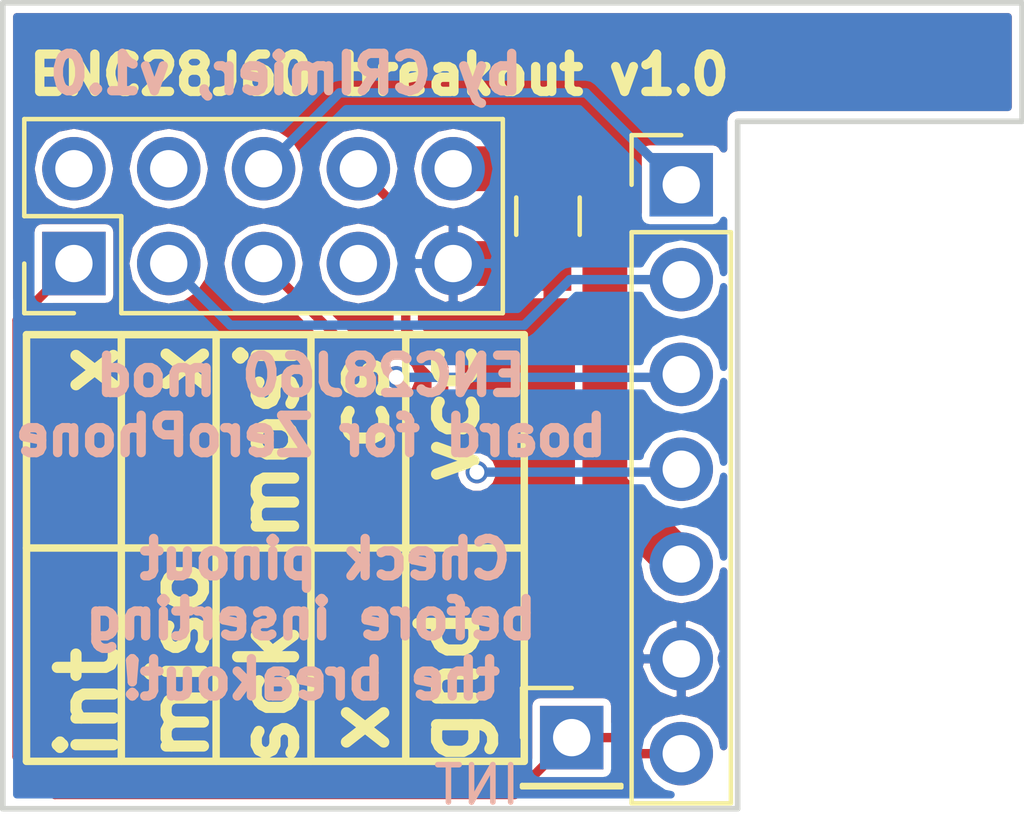
<source format=kicad_pcb>
(kicad_pcb (version 4) (host pcbnew 4.0.7)

  (general
    (links 10)
    (no_connects 0)
    (area 145.339999 91.999999 172.795001 113.740001)
    (thickness 1.6)
    (drawings 20)
    (tracks 38)
    (zones 0)
    (modules 4)
    (nets 8)
  )

  (page A4)
  (layers
    (0 F.Cu signal)
    (31 B.Cu signal)
    (32 B.Adhes user)
    (33 F.Adhes user)
    (34 B.Paste user)
    (35 F.Paste user)
    (36 B.SilkS user)
    (37 F.SilkS user)
    (38 B.Mask user)
    (39 F.Mask user)
    (40 Dwgs.User user)
    (41 Cmts.User user)
    (42 Eco1.User user)
    (43 Eco2.User user)
    (44 Edge.Cuts user)
    (45 Margin user)
    (46 B.CrtYd user)
    (47 F.CrtYd user)
    (48 B.Fab user)
    (49 F.Fab user)
  )

  (setup
    (last_trace_width 0.25)
    (user_trace_width 0.4)
    (user_trace_width 0.5)
    (user_trace_width 0.7)
    (user_trace_width 0.9)
    (user_trace_width 1)
    (user_trace_width 1.2)
    (trace_clearance 0.2)
    (zone_clearance 0.508)
    (zone_45_only no)
    (trace_min 0.2)
    (segment_width 0.2)
    (edge_width 0.15)
    (via_size 0.6)
    (via_drill 0.4)
    (via_min_size 0.4)
    (via_min_drill 0.3)
    (uvia_size 0.3)
    (uvia_drill 0.1)
    (uvias_allowed no)
    (uvia_min_size 0.2)
    (uvia_min_drill 0.1)
    (pcb_text_width 0.3)
    (pcb_text_size 1.5 1.5)
    (mod_edge_width 0.15)
    (mod_text_size 1 1)
    (mod_text_width 0.15)
    (pad_size 1.524 1.524)
    (pad_drill 0.762)
    (pad_to_mask_clearance 0.2)
    (aux_axis_origin 172.72 92.075)
    (visible_elements 7FFFFFFF)
    (pcbplotparams
      (layerselection 0x010f0_80000001)
      (usegerberextensions true)
      (usegerberattributes true)
      (excludeedgelayer true)
      (linewidth 0.100000)
      (plotframeref false)
      (viasonmask false)
      (mode 1)
      (useauxorigin true)
      (hpglpennumber 1)
      (hpglpenspeed 20)
      (hpglpendiameter 15)
      (hpglpenoverlay 2)
      (psnegative false)
      (psa4output false)
      (plotreference true)
      (plotvalue true)
      (plotinvisibletext false)
      (padsonsilk false)
      (subtractmaskfromsilk false)
      (outputformat 1)
      (mirror false)
      (drillshape 0)
      (scaleselection 1)
      (outputdirectory gerbers/))
  )

  (net 0 "")
  (net 1 +3V3)
  (net 2 GND)
  (net 3 INT)
  (net 4 MISO)
  (net 5 MOSI)
  (net 6 SCK)
  (net 7 CS)

  (net_class Default "This is the default net class."
    (clearance 0.2)
    (trace_width 0.25)
    (via_dia 0.6)
    (via_drill 0.4)
    (uvia_dia 0.3)
    (uvia_drill 0.1)
    (add_net +3V3)
    (add_net CS)
    (add_net GND)
    (add_net INT)
    (add_net MISO)
    (add_net MOSI)
    (add_net SCK)
  )

  (module Capacitors_SMD:C_0805_HandSoldering (layer F.Cu) (tedit 59A3627C) (tstamp 59A35F47)
    (at 160.02 97.79 270)
    (descr "Capacitor SMD 0805, hand soldering")
    (tags "capacitor 0805")
    (path /59A35F69)
    (attr smd)
    (fp_text reference C1 (at 0 -1.75 270) (layer F.SilkS) hide
      (effects (font (size 1 1) (thickness 0.15)))
    )
    (fp_text value C_Small (at 0 1.75 270) (layer F.Fab) hide
      (effects (font (size 1 1) (thickness 0.15)))
    )
    (fp_text user %R (at 0 -1.75 270) (layer F.Fab)
      (effects (font (size 1 1) (thickness 0.15)))
    )
    (fp_line (start -1 0.62) (end -1 -0.62) (layer F.Fab) (width 0.1))
    (fp_line (start 1 0.62) (end -1 0.62) (layer F.Fab) (width 0.1))
    (fp_line (start 1 -0.62) (end 1 0.62) (layer F.Fab) (width 0.1))
    (fp_line (start -1 -0.62) (end 1 -0.62) (layer F.Fab) (width 0.1))
    (fp_line (start 0.5 -0.85) (end -0.5 -0.85) (layer F.SilkS) (width 0.12))
    (fp_line (start -0.5 0.85) (end 0.5 0.85) (layer F.SilkS) (width 0.12))
    (fp_line (start -2.25 -0.88) (end 2.25 -0.88) (layer F.CrtYd) (width 0.05))
    (fp_line (start -2.25 -0.88) (end -2.25 0.87) (layer F.CrtYd) (width 0.05))
    (fp_line (start 2.25 0.87) (end 2.25 -0.88) (layer F.CrtYd) (width 0.05))
    (fp_line (start 2.25 0.87) (end -2.25 0.87) (layer F.CrtYd) (width 0.05))
    (pad 1 smd rect (at -1.25 0 270) (size 1.5 1.25) (layers F.Cu F.Paste F.Mask)
      (net 1 +3V3))
    (pad 2 smd rect (at 1.25 0 270) (size 1.5 1.25) (layers F.Cu F.Paste F.Mask)
      (net 2 GND))
    (model Capacitors_SMD.3dshapes/C_0805.wrl
      (at (xyz 0 0 0))
      (scale (xyz 1 1 1))
      (rotate (xyz 0 0 0))
    )
  )

  (module Pin_Headers:Pin_Header_Straight_2x05_Pitch2.54mm (layer F.Cu) (tedit 59A36275) (tstamp 59A35F55)
    (at 147.32 99.06 90)
    (descr "Through hole straight pin header, 2x05, 2.54mm pitch, double rows")
    (tags "Through hole pin header THT 2x05 2.54mm double row")
    (path /59A35DAB)
    (fp_text reference J1 (at 1.27 -2.33 90) (layer F.SilkS) hide
      (effects (font (size 1 1) (thickness 0.15)))
    )
    (fp_text value CONN_02X05 (at 1.27 12.49 90) (layer F.Fab) hide
      (effects (font (size 1 1) (thickness 0.15)))
    )
    (fp_line (start 0 -1.27) (end 3.81 -1.27) (layer F.Fab) (width 0.1))
    (fp_line (start 3.81 -1.27) (end 3.81 11.43) (layer F.Fab) (width 0.1))
    (fp_line (start 3.81 11.43) (end -1.27 11.43) (layer F.Fab) (width 0.1))
    (fp_line (start -1.27 11.43) (end -1.27 0) (layer F.Fab) (width 0.1))
    (fp_line (start -1.27 0) (end 0 -1.27) (layer F.Fab) (width 0.1))
    (fp_line (start -1.33 11.49) (end 3.87 11.49) (layer F.SilkS) (width 0.12))
    (fp_line (start -1.33 1.27) (end -1.33 11.49) (layer F.SilkS) (width 0.12))
    (fp_line (start 3.87 -1.33) (end 3.87 11.49) (layer F.SilkS) (width 0.12))
    (fp_line (start -1.33 1.27) (end 1.27 1.27) (layer F.SilkS) (width 0.12))
    (fp_line (start 1.27 1.27) (end 1.27 -1.33) (layer F.SilkS) (width 0.12))
    (fp_line (start 1.27 -1.33) (end 3.87 -1.33) (layer F.SilkS) (width 0.12))
    (fp_line (start -1.33 0) (end -1.33 -1.33) (layer F.SilkS) (width 0.12))
    (fp_line (start -1.33 -1.33) (end 0 -1.33) (layer F.SilkS) (width 0.12))
    (fp_line (start -1.8 -1.8) (end -1.8 11.95) (layer F.CrtYd) (width 0.05))
    (fp_line (start -1.8 11.95) (end 4.35 11.95) (layer F.CrtYd) (width 0.05))
    (fp_line (start 4.35 11.95) (end 4.35 -1.8) (layer F.CrtYd) (width 0.05))
    (fp_line (start 4.35 -1.8) (end -1.8 -1.8) (layer F.CrtYd) (width 0.05))
    (fp_text user %R (at 1.27 5.08 180) (layer F.Fab) hide
      (effects (font (size 1 1) (thickness 0.15)))
    )
    (pad 1 thru_hole rect (at 0 0 90) (size 1.7 1.7) (drill 1) (layers *.Cu *.Mask)
      (net 3 INT))
    (pad 2 thru_hole oval (at 2.54 0 90) (size 1.7 1.7) (drill 1) (layers *.Cu *.Mask))
    (pad 3 thru_hole oval (at 0 2.54 90) (size 1.7 1.7) (drill 1) (layers *.Cu *.Mask)
      (net 4 MISO))
    (pad 4 thru_hole oval (at 2.54 2.54 90) (size 1.7 1.7) (drill 1) (layers *.Cu *.Mask))
    (pad 5 thru_hole oval (at 0 5.08 90) (size 1.7 1.7) (drill 1) (layers *.Cu *.Mask)
      (net 6 SCK))
    (pad 6 thru_hole oval (at 2.54 5.08 90) (size 1.7 1.7) (drill 1) (layers *.Cu *.Mask)
      (net 5 MOSI))
    (pad 7 thru_hole oval (at 0 7.62 90) (size 1.7 1.7) (drill 1) (layers *.Cu *.Mask))
    (pad 8 thru_hole oval (at 2.54 7.62 90) (size 1.7 1.7) (drill 1) (layers *.Cu *.Mask)
      (net 7 CS))
    (pad 9 thru_hole oval (at 0 10.16 90) (size 1.7 1.7) (drill 1) (layers *.Cu *.Mask)
      (net 2 GND))
    (pad 10 thru_hole oval (at 2.54 10.16 90) (size 1.7 1.7) (drill 1) (layers *.Cu *.Mask)
      (net 1 +3V3))
    (model ${KISYS3DMOD}/Socket_Strips.3dshapes/Socket_Strip_Straight_2x05_Pitch2.54mm.wrl
      (at (xyz 0.05 -0.2 0))
      (scale (xyz 1 1 1))
      (rotate (xyz 0 0 90))
    )
  )

  (module Pin_Headers:Pin_Header_Straight_1x07_Pitch2.54mm (layer F.Cu) (tedit 59A36284) (tstamp 59A35F60)
    (at 163.59 96.95)
    (descr "Through hole straight pin header, 1x07, 2.54mm pitch, single row")
    (tags "Through hole pin header THT 1x07 2.54mm single row")
    (path /59A35D80)
    (fp_text reference J2 (at 0 -2.33) (layer F.SilkS) hide
      (effects (font (size 1 1) (thickness 0.15)))
    )
    (fp_text value CONN_01X07 (at 0 17.57) (layer F.Fab) hide
      (effects (font (size 1 1) (thickness 0.15)))
    )
    (fp_line (start -0.635 -1.27) (end 1.27 -1.27) (layer F.Fab) (width 0.1))
    (fp_line (start 1.27 -1.27) (end 1.27 16.51) (layer F.Fab) (width 0.1))
    (fp_line (start 1.27 16.51) (end -1.27 16.51) (layer F.Fab) (width 0.1))
    (fp_line (start -1.27 16.51) (end -1.27 -0.635) (layer F.Fab) (width 0.1))
    (fp_line (start -1.27 -0.635) (end -0.635 -1.27) (layer F.Fab) (width 0.1))
    (fp_line (start -1.33 16.57) (end 1.33 16.57) (layer F.SilkS) (width 0.12))
    (fp_line (start -1.33 1.27) (end -1.33 16.57) (layer F.SilkS) (width 0.12))
    (fp_line (start 1.33 1.27) (end 1.33 16.57) (layer F.SilkS) (width 0.12))
    (fp_line (start -1.33 1.27) (end 1.33 1.27) (layer F.SilkS) (width 0.12))
    (fp_line (start -1.33 0) (end -1.33 -1.33) (layer F.SilkS) (width 0.12))
    (fp_line (start -1.33 -1.33) (end 0 -1.33) (layer F.SilkS) (width 0.12))
    (fp_line (start -1.8 -1.8) (end -1.8 17.05) (layer F.CrtYd) (width 0.05))
    (fp_line (start -1.8 17.05) (end 1.8 17.05) (layer F.CrtYd) (width 0.05))
    (fp_line (start 1.8 17.05) (end 1.8 -1.8) (layer F.CrtYd) (width 0.05))
    (fp_line (start 1.8 -1.8) (end -1.8 -1.8) (layer F.CrtYd) (width 0.05))
    (fp_text user %R (at 0 7.62 90) (layer F.Fab)
      (effects (font (size 1 1) (thickness 0.15)))
    )
    (pad 1 thru_hole rect (at 0 0) (size 1.7 1.7) (drill 1) (layers *.Cu *.Mask)
      (net 5 MOSI))
    (pad 2 thru_hole oval (at 0 2.54) (size 1.7 1.7) (drill 1) (layers *.Cu *.Mask)
      (net 4 MISO))
    (pad 3 thru_hole oval (at 0 5.08) (size 1.7 1.7) (drill 1) (layers *.Cu *.Mask)
      (net 6 SCK))
    (pad 4 thru_hole oval (at 0 7.62) (size 1.7 1.7) (drill 1) (layers *.Cu *.Mask)
      (net 7 CS))
    (pad 5 thru_hole oval (at 0 10.16) (size 1.7 1.7) (drill 1) (layers *.Cu *.Mask)
      (net 1 +3V3))
    (pad 6 thru_hole oval (at 0 12.7) (size 1.7 1.7) (drill 1) (layers *.Cu *.Mask)
      (net 2 GND))
    (pad 7 thru_hole oval (at 0 15.24) (size 1.7 1.7) (drill 1) (layers *.Cu *.Mask)
      (net 3 INT))
    (model ${KISYS3DMOD}/Pin_Headers.3dshapes/Pin_Header_Angled_1x07_Pitch2.54mm.wrl
      (at (xyz 0 -0.3 0))
      (scale (xyz 1 1 1))
      (rotate (xyz 0 0 90))
    )
  )

  (module Pin_Headers:Pin_Header_Straight_1x01_Pitch2.54mm (layer F.Cu) (tedit 59A365B0) (tstamp 59A3656A)
    (at 160.655 111.76)
    (descr "Through hole straight pin header, 1x01, 2.54mm pitch, single row")
    (tags "Through hole pin header THT 1x01 2.54mm single row")
    (path /59A3651C)
    (fp_text reference J3 (at 0 -2.33) (layer F.SilkS) hide
      (effects (font (size 1 1) (thickness 0.15)))
    )
    (fp_text value INT (at -2.54 1.27) (layer B.SilkS)
      (effects (font (size 1 1) (thickness 0.15)) (justify mirror))
    )
    (fp_line (start -0.635 -1.27) (end 1.27 -1.27) (layer F.Fab) (width 0.1))
    (fp_line (start 1.27 -1.27) (end 1.27 1.27) (layer F.Fab) (width 0.1))
    (fp_line (start 1.27 1.27) (end -1.27 1.27) (layer F.Fab) (width 0.1))
    (fp_line (start -1.27 1.27) (end -1.27 -0.635) (layer F.Fab) (width 0.1))
    (fp_line (start -1.27 -0.635) (end -0.635 -1.27) (layer F.Fab) (width 0.1))
    (fp_line (start -1.33 1.33) (end 1.33 1.33) (layer F.SilkS) (width 0.12))
    (fp_line (start -1.33 1.27) (end -1.33 1.33) (layer F.SilkS) (width 0.12))
    (fp_line (start 1.33 1.27) (end 1.33 1.33) (layer F.SilkS) (width 0.12))
    (fp_line (start -1.33 1.27) (end 1.33 1.27) (layer F.SilkS) (width 0.12))
    (fp_line (start -1.33 0) (end -1.33 -1.33) (layer F.SilkS) (width 0.12))
    (fp_line (start -1.33 -1.33) (end 0 -1.33) (layer F.SilkS) (width 0.12))
    (fp_line (start -1.8 -1.8) (end -1.8 1.8) (layer F.CrtYd) (width 0.05))
    (fp_line (start -1.8 1.8) (end 1.8 1.8) (layer F.CrtYd) (width 0.05))
    (fp_line (start 1.8 1.8) (end 1.8 -1.8) (layer F.CrtYd) (width 0.05))
    (fp_line (start 1.8 -1.8) (end -1.8 -1.8) (layer F.CrtYd) (width 0.05))
    (fp_text user %R (at 0 0 90) (layer F.Fab)
      (effects (font (size 1 1) (thickness 0.15)))
    )
    (pad 1 thru_hole rect (at 0 0) (size 1.7 1.7) (drill 1) (layers *.Cu *.Mask)
      (net 3 INT))
  )

  (gr_text "Check pinout \nbefore inserting\nthe breakout!" (at 153.67 108.585) (layer B.SilkS)
    (effects (font (size 1 1) (thickness 0.25)) (justify mirror))
  )
  (gr_text "ENC28J60 breakout v1.0" (at 155.5 94) (layer F.SilkS)
    (effects (font (size 1 1) (thickness 0.25)))
  )
  (gr_text "by CRImier, v1.0" (at 153 93.98) (layer B.SilkS)
    (effects (font (size 1 1) (thickness 0.25)) (justify mirror))
  )
  (gr_text "ENC28J60 mod\nboard for ZeroPhone" (at 153.67 102.87) (layer B.SilkS)
    (effects (font (size 1 1) (thickness 0.25)) (justify mirror))
  )
  (gr_line (start 156.21 100.965) (end 156.21 112.395) (layer F.SilkS) (width 0.2))
  (gr_line (start 153.67 100.965) (end 153.67 112.395) (layer F.SilkS) (width 0.2))
  (gr_line (start 151.13 100.965) (end 151.13 112.395) (layer F.SilkS) (width 0.2))
  (gr_line (start 148.59 100.965) (end 148.59 112.395) (layer F.SilkS) (width 0.2))
  (gr_line (start 146.05 106.68) (end 159.385 106.68) (layer F.SilkS) (width 0.2))
  (gr_line (start 159.385 100.965) (end 146.05 100.965) (layer F.SilkS) (width 0.2))
  (gr_line (start 159.385 112.395) (end 159.385 100.965) (layer F.SilkS) (width 0.2))
  (gr_line (start 146.05 112.395) (end 159.385 112.395) (layer F.SilkS) (width 0.2))
  (gr_line (start 146.05 100.965) (end 146.05 112.395) (layer F.SilkS) (width 0.2))
  (gr_text "int      x\nmiso    x\nsck  mosi\nx      cs\ngnd   vcc" (at 152.527 106.807 90) (layer F.SilkS)
    (effects (font (size 1.5 1.5) (thickness 0.3)))
  )
  (gr_line (start 165.1 113.665) (end 145.415 113.665) (layer Edge.Cuts) (width 0.15))
  (gr_line (start 165.1 95.25) (end 165.1 113.665) (layer Edge.Cuts) (width 0.15))
  (gr_line (start 172.72 95.25) (end 165.1 95.25) (layer Edge.Cuts) (width 0.15))
  (gr_line (start 172.72 92.075) (end 172.72 95.25) (layer Edge.Cuts) (width 0.15))
  (gr_line (start 145.415 92.075) (end 172.72 92.075) (layer Edge.Cuts) (width 0.15))
  (gr_line (start 145.415 113.665) (end 145.415 92.075) (layer Edge.Cuts) (width 0.15))

  (segment (start 160.02 96.54) (end 160.335002 96.54) (width 1.2) (layer F.Cu) (net 1))
  (segment (start 160.335002 96.54) (end 161.544 97.748998) (width 1.2) (layer F.Cu) (net 1))
  (segment (start 161.544 97.748998) (end 161.544 105.064) (width 1.2) (layer F.Cu) (net 1))
  (segment (start 161.544 105.064) (end 163.59 107.11) (width 1.2) (layer F.Cu) (net 1))
  (segment (start 157.48 96.52) (end 160 96.52) (width 1.2) (layer F.Cu) (net 1))
  (segment (start 160 96.52) (end 160.02 96.54) (width 1.2) (layer F.Cu) (net 1))
  (segment (start 160 99.06) (end 160.02 99.04) (width 1.2) (layer F.Cu) (net 2))
  (segment (start 157.48 99.06) (end 160 99.06) (width 1.2) (layer F.Cu) (net 2))
  (segment (start 159.131 113.284) (end 160.655 111.76) (width 0.25) (layer F.Cu) (net 3))
  (segment (start 146.812 113.284) (end 159.131 113.284) (width 0.25) (layer F.Cu) (net 3))
  (segment (start 162.387919 112.19) (end 161.957919 111.76) (width 0.25) (layer F.Cu) (net 3))
  (segment (start 161.957919 111.76) (end 160.655 111.76) (width 0.25) (layer F.Cu) (net 3))
  (segment (start 145.796 100.584) (end 147.32 99.06) (width 0.25) (layer F.Cu) (net 3))
  (segment (start 145.796 112.268) (end 145.796 100.584) (width 0.25) (layer F.Cu) (net 3))
  (segment (start 146.812 113.284) (end 145.796 112.268) (width 0.25) (layer F.Cu) (net 3))
  (segment (start 163.59 112.19) (end 162.387919 112.19) (width 0.25) (layer F.Cu) (net 3))
  (segment (start 149.86 99.06) (end 151.511 100.711) (width 0.25) (layer B.Cu) (net 4))
  (segment (start 151.511 100.711) (end 159.385 100.711) (width 0.25) (layer B.Cu) (net 4))
  (segment (start 159.385 100.711) (end 160.606 99.49) (width 0.25) (layer B.Cu) (net 4))
  (segment (start 160.606 99.49) (end 163.59 99.49) (width 0.25) (layer B.Cu) (net 4))
  (segment (start 152.4 96.52) (end 154.432 94.488) (width 0.25) (layer B.Cu) (net 5))
  (segment (start 154.432 94.488) (end 161.036 94.488) (width 0.25) (layer B.Cu) (net 5))
  (segment (start 161.036 94.488) (end 163.498 96.95) (width 0.25) (layer B.Cu) (net 5))
  (segment (start 163.498 96.95) (end 163.59 96.95) (width 0.25) (layer B.Cu) (net 5))
  (segment (start 155.956 102.108) (end 163.512 102.108) (width 0.25) (layer B.Cu) (net 6))
  (segment (start 163.512 102.108) (end 163.59 102.03) (width 0.25) (layer B.Cu) (net 6))
  (segment (start 152.4 99.06) (end 155.448 102.108) (width 0.25) (layer F.Cu) (net 6))
  (segment (start 155.448 102.108) (end 155.956 102.108) (width 0.25) (layer F.Cu) (net 6))
  (via (at 155.956 102.108) (size 0.6) (drill 0.4) (layers F.Cu B.Cu) (net 6))
  (segment (start 163.385 102.235) (end 163.59 102.03) (width 0.25) (layer F.Cu) (net 6))
  (segment (start 154.94 96.52) (end 156.21 97.79) (width 0.25) (layer F.Cu) (net 7))
  (segment (start 156.21 97.79) (end 156.21 100.838) (width 0.25) (layer F.Cu) (net 7))
  (segment (start 156.21 100.838) (end 157.226 101.854) (width 0.25) (layer F.Cu) (net 7))
  (segment (start 157.226 101.854) (end 157.226 103.759) (width 0.25) (layer F.Cu) (net 7))
  (segment (start 157.226 103.759) (end 158.115 104.648) (width 0.25) (layer F.Cu) (net 7))
  (segment (start 158.115 104.648) (end 163.512 104.648) (width 0.25) (layer B.Cu) (net 7))
  (segment (start 163.512 104.648) (end 163.59 104.57) (width 0.25) (layer B.Cu) (net 7))
  (via (at 158.115 104.648) (size 0.6) (drill 0.4) (layers F.Cu B.Cu) (net 7))

  (zone (net 2) (net_name GND) (layer B.Cu) (tstamp 0) (hatch edge 0.508)
    (connect_pads (clearance 0.2))
    (min_thickness 0.2)
    (fill yes (arc_segments 16) (thermal_gap 0.2) (thermal_bridge_width 0.24))
    (polygon
      (pts
        (xy 145.415 92.075) (xy 172.72 92.075) (xy 172.72 113.665) (xy 145.415 113.665)
      )
    )
    (filled_polygon
      (pts
        (xy 172.345 94.875) (xy 165.1 94.875) (xy 164.956494 94.903545) (xy 164.834835 94.984835) (xy 164.753545 95.106494)
        (xy 164.725 95.25) (xy 164.725 95.98905) (xy 164.724958 95.988827) (xy 164.659255 95.886721) (xy 164.559003 95.818222)
        (xy 164.44 95.794123) (xy 162.943164 95.794123) (xy 161.33652 94.18748) (xy 161.198641 94.095351) (xy 161.171657 94.089984)
        (xy 161.036 94.063) (xy 154.432 94.063) (xy 154.296343 94.089984) (xy 154.269359 94.095351) (xy 154.13148 94.18748)
        (xy 152.866381 95.452579) (xy 152.840086 95.435009) (xy 152.4 95.34747) (xy 151.959914 95.435009) (xy 151.586827 95.684297)
        (xy 151.337539 96.057384) (xy 151.25 96.49747) (xy 151.25 96.54253) (xy 151.337539 96.982616) (xy 151.586827 97.355703)
        (xy 151.959914 97.604991) (xy 152.4 97.69253) (xy 152.840086 97.604991) (xy 153.213173 97.355703) (xy 153.462461 96.982616)
        (xy 153.55 96.54253) (xy 153.55 96.49747) (xy 153.79 96.49747) (xy 153.79 96.54253) (xy 153.877539 96.982616)
        (xy 154.126827 97.355703) (xy 154.499914 97.604991) (xy 154.94 97.69253) (xy 155.380086 97.604991) (xy 155.753173 97.355703)
        (xy 156.002461 96.982616) (xy 156.09 96.54253) (xy 156.09 96.49747) (xy 156.33 96.49747) (xy 156.33 96.54253)
        (xy 156.417539 96.982616) (xy 156.666827 97.355703) (xy 157.039914 97.604991) (xy 157.48 97.69253) (xy 157.920086 97.604991)
        (xy 158.293173 97.355703) (xy 158.542461 96.982616) (xy 158.63 96.54253) (xy 158.63 96.49747) (xy 158.542461 96.057384)
        (xy 158.293173 95.684297) (xy 157.920086 95.435009) (xy 157.48 95.34747) (xy 157.039914 95.435009) (xy 156.666827 95.684297)
        (xy 156.417539 96.057384) (xy 156.33 96.49747) (xy 156.09 96.49747) (xy 156.002461 96.057384) (xy 155.753173 95.684297)
        (xy 155.380086 95.435009) (xy 154.94 95.34747) (xy 154.499914 95.435009) (xy 154.126827 95.684297) (xy 153.877539 96.057384)
        (xy 153.79 96.49747) (xy 153.55 96.49747) (xy 153.462659 96.058381) (xy 154.60804 94.913) (xy 160.85996 94.913)
        (xy 162.434123 96.487164) (xy 162.434123 97.8) (xy 162.455042 97.911173) (xy 162.520745 98.013279) (xy 162.620997 98.081778)
        (xy 162.74 98.105877) (xy 164.44 98.105877) (xy 164.551173 98.084958) (xy 164.653279 98.019255) (xy 164.721778 97.919003)
        (xy 164.725 97.903092) (xy 164.725 99.301325) (xy 164.674991 99.049914) (xy 164.425703 98.676827) (xy 164.052616 98.427539)
        (xy 163.61253 98.34) (xy 163.56747 98.34) (xy 163.127384 98.427539) (xy 162.754297 98.676827) (xy 162.505009 99.049914)
        (xy 162.502008 99.065) (xy 160.606 99.065) (xy 160.443359 99.097351) (xy 160.30548 99.189479) (xy 159.20896 100.286)
        (xy 151.687041 100.286) (xy 150.922659 99.521619) (xy 151.01 99.08253) (xy 151.01 99.03747) (xy 151.25 99.03747)
        (xy 151.25 99.08253) (xy 151.337539 99.522616) (xy 151.586827 99.895703) (xy 151.959914 100.144991) (xy 152.4 100.23253)
        (xy 152.840086 100.144991) (xy 153.213173 99.895703) (xy 153.462461 99.522616) (xy 153.55 99.08253) (xy 153.55 99.03747)
        (xy 153.79 99.03747) (xy 153.79 99.08253) (xy 153.877539 99.522616) (xy 154.126827 99.895703) (xy 154.499914 100.144991)
        (xy 154.94 100.23253) (xy 155.380086 100.144991) (xy 155.753173 99.895703) (xy 156.002461 99.522616) (xy 156.054773 99.259626)
        (xy 156.347457 99.259626) (xy 156.51006 99.677836) (xy 156.820328 100.001986) (xy 157.231025 100.182727) (xy 157.280374 100.192541)
        (xy 157.46 100.134814) (xy 157.46 99.08) (xy 157.5 99.08) (xy 157.5 100.134814) (xy 157.679626 100.192541)
        (xy 157.728975 100.182727) (xy 158.139672 100.001986) (xy 158.44994 99.677836) (xy 158.612543 99.259626) (xy 158.554828 99.08)
        (xy 157.5 99.08) (xy 157.46 99.08) (xy 156.405172 99.08) (xy 156.347457 99.259626) (xy 156.054773 99.259626)
        (xy 156.09 99.08253) (xy 156.09 99.03747) (xy 156.054774 98.860374) (xy 156.347457 98.860374) (xy 156.405172 99.04)
        (xy 157.46 99.04) (xy 157.46 97.985186) (xy 157.5 97.985186) (xy 157.5 99.04) (xy 158.554828 99.04)
        (xy 158.612543 98.860374) (xy 158.44994 98.442164) (xy 158.139672 98.118014) (xy 157.728975 97.937273) (xy 157.679626 97.927459)
        (xy 157.5 97.985186) (xy 157.46 97.985186) (xy 157.280374 97.927459) (xy 157.231025 97.937273) (xy 156.820328 98.118014)
        (xy 156.51006 98.442164) (xy 156.347457 98.860374) (xy 156.054774 98.860374) (xy 156.002461 98.597384) (xy 155.753173 98.224297)
        (xy 155.380086 97.975009) (xy 154.94 97.88747) (xy 154.499914 97.975009) (xy 154.126827 98.224297) (xy 153.877539 98.597384)
        (xy 153.79 99.03747) (xy 153.55 99.03747) (xy 153.462461 98.597384) (xy 153.213173 98.224297) (xy 152.840086 97.975009)
        (xy 152.4 97.88747) (xy 151.959914 97.975009) (xy 151.586827 98.224297) (xy 151.337539 98.597384) (xy 151.25 99.03747)
        (xy 151.01 99.03747) (xy 150.922461 98.597384) (xy 150.673173 98.224297) (xy 150.300086 97.975009) (xy 149.86 97.88747)
        (xy 149.419914 97.975009) (xy 149.046827 98.224297) (xy 148.797539 98.597384) (xy 148.71 99.03747) (xy 148.71 99.08253)
        (xy 148.797539 99.522616) (xy 149.046827 99.895703) (xy 149.419914 100.144991) (xy 149.86 100.23253) (xy 150.300086 100.144991)
        (xy 150.326381 100.127421) (xy 151.21048 101.011521) (xy 151.348359 101.103649) (xy 151.511 101.136) (xy 159.385 101.136)
        (xy 159.520657 101.109016) (xy 159.547641 101.103649) (xy 159.68552 101.01152) (xy 160.782041 99.915) (xy 162.502008 99.915)
        (xy 162.505009 99.930086) (xy 162.754297 100.303173) (xy 163.127384 100.552461) (xy 163.56747 100.64) (xy 163.61253 100.64)
        (xy 164.052616 100.552461) (xy 164.425703 100.303173) (xy 164.674991 99.930086) (xy 164.725 99.678675) (xy 164.725 101.841325)
        (xy 164.674991 101.589914) (xy 164.425703 101.216827) (xy 164.052616 100.967539) (xy 163.61253 100.88) (xy 163.56747 100.88)
        (xy 163.127384 100.967539) (xy 162.754297 101.216827) (xy 162.505009 101.589914) (xy 162.486493 101.683) (xy 156.37953 101.683)
        (xy 156.296317 101.599641) (xy 156.075871 101.508104) (xy 155.837176 101.507896) (xy 155.616571 101.599048) (xy 155.447641 101.767683)
        (xy 155.356104 101.988129) (xy 155.355896 102.226824) (xy 155.447048 102.447429) (xy 155.615683 102.616359) (xy 155.836129 102.707896)
        (xy 156.074824 102.708104) (xy 156.295429 102.616952) (xy 156.379528 102.533) (xy 162.547047 102.533) (xy 162.754297 102.843173)
        (xy 163.127384 103.092461) (xy 163.56747 103.18) (xy 163.61253 103.18) (xy 164.052616 103.092461) (xy 164.425703 102.843173)
        (xy 164.674991 102.470086) (xy 164.725 102.218675) (xy 164.725 104.381325) (xy 164.674991 104.129914) (xy 164.425703 103.756827)
        (xy 164.052616 103.507539) (xy 163.61253 103.42) (xy 163.56747 103.42) (xy 163.127384 103.507539) (xy 162.754297 103.756827)
        (xy 162.505009 104.129914) (xy 162.486493 104.223) (xy 158.53853 104.223) (xy 158.455317 104.139641) (xy 158.234871 104.048104)
        (xy 157.996176 104.047896) (xy 157.775571 104.139048) (xy 157.606641 104.307683) (xy 157.515104 104.528129) (xy 157.514896 104.766824)
        (xy 157.606048 104.987429) (xy 157.774683 105.156359) (xy 157.995129 105.247896) (xy 158.233824 105.248104) (xy 158.454429 105.156952)
        (xy 158.538528 105.073) (xy 162.547047 105.073) (xy 162.754297 105.383173) (xy 163.127384 105.632461) (xy 163.56747 105.72)
        (xy 163.61253 105.72) (xy 164.052616 105.632461) (xy 164.425703 105.383173) (xy 164.674991 105.010086) (xy 164.725 104.758675)
        (xy 164.725 106.921325) (xy 164.674991 106.669914) (xy 164.425703 106.296827) (xy 164.052616 106.047539) (xy 163.61253 105.96)
        (xy 163.56747 105.96) (xy 163.127384 106.047539) (xy 162.754297 106.296827) (xy 162.505009 106.669914) (xy 162.41747 107.11)
        (xy 162.505009 107.550086) (xy 162.754297 107.923173) (xy 163.127384 108.172461) (xy 163.56747 108.26) (xy 163.61253 108.26)
        (xy 164.052616 108.172461) (xy 164.425703 107.923173) (xy 164.674991 107.550086) (xy 164.725 107.298675) (xy 164.725 109.629998)
        (xy 164.664815 109.629998) (xy 164.722541 109.450374) (xy 164.712727 109.401025) (xy 164.531986 108.990328) (xy 164.207836 108.68006)
        (xy 163.789626 108.517457) (xy 163.61 108.575172) (xy 163.61 109.63) (xy 163.63 109.63) (xy 163.63 109.67)
        (xy 163.61 109.67) (xy 163.61 110.724828) (xy 163.789626 110.782543) (xy 164.207836 110.61994) (xy 164.531986 110.309672)
        (xy 164.712727 109.898975) (xy 164.722541 109.849626) (xy 164.664815 109.670002) (xy 164.725 109.670002) (xy 164.725 112.001325)
        (xy 164.674991 111.749914) (xy 164.425703 111.376827) (xy 164.052616 111.127539) (xy 163.61253 111.04) (xy 163.56747 111.04)
        (xy 163.127384 111.127539) (xy 162.754297 111.376827) (xy 162.505009 111.749914) (xy 162.41747 112.19) (xy 162.505009 112.630086)
        (xy 162.754297 113.003173) (xy 163.127384 113.252461) (xy 163.316104 113.29) (xy 145.79 113.29) (xy 145.79 110.91)
        (xy 159.499123 110.91) (xy 159.499123 112.61) (xy 159.520042 112.721173) (xy 159.585745 112.823279) (xy 159.685997 112.891778)
        (xy 159.805 112.915877) (xy 161.505 112.915877) (xy 161.616173 112.894958) (xy 161.718279 112.829255) (xy 161.786778 112.729003)
        (xy 161.810877 112.61) (xy 161.810877 110.91) (xy 161.789958 110.798827) (xy 161.724255 110.696721) (xy 161.624003 110.628222)
        (xy 161.505 110.604123) (xy 159.805 110.604123) (xy 159.693827 110.625042) (xy 159.591721 110.690745) (xy 159.523222 110.790997)
        (xy 159.499123 110.91) (xy 145.79 110.91) (xy 145.79 109.849626) (xy 162.457459 109.849626) (xy 162.467273 109.898975)
        (xy 162.648014 110.309672) (xy 162.972164 110.61994) (xy 163.390374 110.782543) (xy 163.57 110.724828) (xy 163.57 109.67)
        (xy 162.515186 109.67) (xy 162.457459 109.849626) (xy 145.79 109.849626) (xy 145.79 109.450374) (xy 162.457459 109.450374)
        (xy 162.515186 109.63) (xy 163.57 109.63) (xy 163.57 108.575172) (xy 163.390374 108.517457) (xy 162.972164 108.68006)
        (xy 162.648014 108.990328) (xy 162.467273 109.401025) (xy 162.457459 109.450374) (xy 145.79 109.450374) (xy 145.79 98.21)
        (xy 146.164123 98.21) (xy 146.164123 99.91) (xy 146.185042 100.021173) (xy 146.250745 100.123279) (xy 146.350997 100.191778)
        (xy 146.47 100.215877) (xy 148.17 100.215877) (xy 148.281173 100.194958) (xy 148.383279 100.129255) (xy 148.451778 100.029003)
        (xy 148.475877 99.91) (xy 148.475877 98.21) (xy 148.454958 98.098827) (xy 148.389255 97.996721) (xy 148.289003 97.928222)
        (xy 148.17 97.904123) (xy 146.47 97.904123) (xy 146.358827 97.925042) (xy 146.256721 97.990745) (xy 146.188222 98.090997)
        (xy 146.164123 98.21) (xy 145.79 98.21) (xy 145.79 96.49747) (xy 146.17 96.49747) (xy 146.17 96.54253)
        (xy 146.257539 96.982616) (xy 146.506827 97.355703) (xy 146.879914 97.604991) (xy 147.32 97.69253) (xy 147.760086 97.604991)
        (xy 148.133173 97.355703) (xy 148.382461 96.982616) (xy 148.47 96.54253) (xy 148.47 96.49747) (xy 148.71 96.49747)
        (xy 148.71 96.54253) (xy 148.797539 96.982616) (xy 149.046827 97.355703) (xy 149.419914 97.604991) (xy 149.86 97.69253)
        (xy 150.300086 97.604991) (xy 150.673173 97.355703) (xy 150.922461 96.982616) (xy 151.01 96.54253) (xy 151.01 96.49747)
        (xy 150.922461 96.057384) (xy 150.673173 95.684297) (xy 150.300086 95.435009) (xy 149.86 95.34747) (xy 149.419914 95.435009)
        (xy 149.046827 95.684297) (xy 148.797539 96.057384) (xy 148.71 96.49747) (xy 148.47 96.49747) (xy 148.382461 96.057384)
        (xy 148.133173 95.684297) (xy 147.760086 95.435009) (xy 147.32 95.34747) (xy 146.879914 95.435009) (xy 146.506827 95.684297)
        (xy 146.257539 96.057384) (xy 146.17 96.49747) (xy 145.79 96.49747) (xy 145.79 92.45) (xy 172.345 92.45)
      )
    )
  )
  (zone (net 2) (net_name GND) (layer F.Cu) (tstamp 0) (hatch edge 0.508)
    (connect_pads (clearance 0.2))
    (min_thickness 0.2)
    (fill yes (arc_segments 16) (thermal_gap 0.2) (thermal_bridge_width 0.24))
    (polygon
      (pts
        (xy 145.415 92.075) (xy 172.72 92.075) (xy 172.72 113.665) (xy 145.415 113.665)
      )
    )
    (filled_polygon
      (pts
        (xy 172.345 94.875) (xy 165.1 94.875) (xy 164.956494 94.903545) (xy 164.834835 94.984835) (xy 164.753545 95.106494)
        (xy 164.725 95.25) (xy 164.725 95.98905) (xy 164.724958 95.988827) (xy 164.659255 95.886721) (xy 164.559003 95.818222)
        (xy 164.44 95.794123) (xy 162.74 95.794123) (xy 162.628827 95.815042) (xy 162.526721 95.880745) (xy 162.458222 95.980997)
        (xy 162.434123 96.1) (xy 162.434123 97.699343) (xy 162.413543 97.595877) (xy 162.375492 97.404582) (xy 162.180396 97.112602)
        (xy 160.971398 95.903604) (xy 160.950877 95.889892) (xy 160.950877 95.79) (xy 160.929958 95.678827) (xy 160.864255 95.576721)
        (xy 160.764003 95.508222) (xy 160.645 95.484123) (xy 159.395 95.484123) (xy 159.283827 95.505042) (xy 159.181721 95.570745)
        (xy 159.148067 95.62) (xy 158.196945 95.62) (xy 157.920086 95.435009) (xy 157.48 95.34747) (xy 157.039914 95.435009)
        (xy 156.666827 95.684297) (xy 156.417539 96.057384) (xy 156.33 96.49747) (xy 156.33 96.54253) (xy 156.417539 96.982616)
        (xy 156.666827 97.355703) (xy 157.039914 97.604991) (xy 157.48 97.69253) (xy 157.920086 97.604991) (xy 158.196945 97.42)
        (xy 159.122157 97.42) (xy 159.175745 97.503279) (xy 159.275997 97.571778) (xy 159.395 97.595877) (xy 160.118087 97.595877)
        (xy 160.51221 97.99) (xy 160.115 97.99) (xy 160.04 98.065) (xy 160.04 99.02) (xy 160.06 99.02)
        (xy 160.06 99.06) (xy 160.04 99.06) (xy 160.04 100.015) (xy 160.115 100.09) (xy 160.644 100.09)
        (xy 160.644 105.064) (xy 160.712508 105.408415) (xy 160.907604 105.700396) (xy 162.442366 107.235158) (xy 162.505009 107.550086)
        (xy 162.754297 107.923173) (xy 163.127384 108.172461) (xy 163.56747 108.26) (xy 163.61253 108.26) (xy 164.052616 108.172461)
        (xy 164.425703 107.923173) (xy 164.674991 107.550086) (xy 164.725 107.298675) (xy 164.725 109.629998) (xy 164.664815 109.629998)
        (xy 164.722541 109.450374) (xy 164.712727 109.401025) (xy 164.531986 108.990328) (xy 164.207836 108.68006) (xy 163.789626 108.517457)
        (xy 163.61 108.575172) (xy 163.61 109.63) (xy 163.63 109.63) (xy 163.63 109.67) (xy 163.61 109.67)
        (xy 163.61 110.724828) (xy 163.789626 110.782543) (xy 164.207836 110.61994) (xy 164.531986 110.309672) (xy 164.712727 109.898975)
        (xy 164.722541 109.849626) (xy 164.664815 109.670002) (xy 164.725 109.670002) (xy 164.725 112.001325) (xy 164.674991 111.749914)
        (xy 164.425703 111.376827) (xy 164.052616 111.127539) (xy 163.61253 111.04) (xy 163.56747 111.04) (xy 163.127384 111.127539)
        (xy 162.754297 111.376827) (xy 162.522579 111.723619) (xy 162.258439 111.45948) (xy 162.12056 111.367351) (xy 162.093576 111.361984)
        (xy 161.957919 111.335) (xy 161.810877 111.335) (xy 161.810877 110.91) (xy 161.789958 110.798827) (xy 161.724255 110.696721)
        (xy 161.624003 110.628222) (xy 161.505 110.604123) (xy 159.805 110.604123) (xy 159.693827 110.625042) (xy 159.591721 110.690745)
        (xy 159.523222 110.790997) (xy 159.499123 110.91) (xy 159.499123 112.314837) (xy 158.95496 112.859) (xy 146.98804 112.859)
        (xy 146.221 112.09196) (xy 146.221 109.849626) (xy 162.457459 109.849626) (xy 162.467273 109.898975) (xy 162.648014 110.309672)
        (xy 162.972164 110.61994) (xy 163.390374 110.782543) (xy 163.57 110.724828) (xy 163.57 109.67) (xy 162.515186 109.67)
        (xy 162.457459 109.849626) (xy 146.221 109.849626) (xy 146.221 109.450374) (xy 162.457459 109.450374) (xy 162.515186 109.63)
        (xy 163.57 109.63) (xy 163.57 108.575172) (xy 163.390374 108.517457) (xy 162.972164 108.68006) (xy 162.648014 108.990328)
        (xy 162.467273 109.401025) (xy 162.457459 109.450374) (xy 146.221 109.450374) (xy 146.221 100.76004) (xy 146.765163 100.215877)
        (xy 148.17 100.215877) (xy 148.281173 100.194958) (xy 148.383279 100.129255) (xy 148.451778 100.029003) (xy 148.475877 99.91)
        (xy 148.475877 99.03747) (xy 148.71 99.03747) (xy 148.71 99.08253) (xy 148.797539 99.522616) (xy 149.046827 99.895703)
        (xy 149.419914 100.144991) (xy 149.86 100.23253) (xy 150.300086 100.144991) (xy 150.673173 99.895703) (xy 150.922461 99.522616)
        (xy 151.01 99.08253) (xy 151.01 99.03747) (xy 151.25 99.03747) (xy 151.25 99.08253) (xy 151.337539 99.522616)
        (xy 151.586827 99.895703) (xy 151.959914 100.144991) (xy 152.4 100.23253) (xy 152.840086 100.144991) (xy 152.866381 100.127421)
        (xy 155.14748 102.40852) (xy 155.285359 102.500649) (xy 155.448 102.533) (xy 155.53247 102.533) (xy 155.615683 102.616359)
        (xy 155.836129 102.707896) (xy 156.074824 102.708104) (xy 156.295429 102.616952) (xy 156.464359 102.448317) (xy 156.555896 102.227871)
        (xy 156.556104 101.989176) (xy 156.464952 101.768571) (xy 156.296317 101.599641) (xy 156.075871 101.508104) (xy 155.837176 101.507896)
        (xy 155.616571 101.599048) (xy 155.578296 101.637256) (xy 153.462659 99.521619) (xy 153.55 99.08253) (xy 153.55 99.03747)
        (xy 153.462461 98.597384) (xy 153.213173 98.224297) (xy 152.840086 97.975009) (xy 152.4 97.88747) (xy 151.959914 97.975009)
        (xy 151.586827 98.224297) (xy 151.337539 98.597384) (xy 151.25 99.03747) (xy 151.01 99.03747) (xy 150.922461 98.597384)
        (xy 150.673173 98.224297) (xy 150.300086 97.975009) (xy 149.86 97.88747) (xy 149.419914 97.975009) (xy 149.046827 98.224297)
        (xy 148.797539 98.597384) (xy 148.71 99.03747) (xy 148.475877 99.03747) (xy 148.475877 98.21) (xy 148.454958 98.098827)
        (xy 148.389255 97.996721) (xy 148.289003 97.928222) (xy 148.17 97.904123) (xy 146.47 97.904123) (xy 146.358827 97.925042)
        (xy 146.256721 97.990745) (xy 146.188222 98.090997) (xy 146.164123 98.21) (xy 146.164123 99.614837) (xy 145.79 99.98896)
        (xy 145.79 96.49747) (xy 146.17 96.49747) (xy 146.17 96.54253) (xy 146.257539 96.982616) (xy 146.506827 97.355703)
        (xy 146.879914 97.604991) (xy 147.32 97.69253) (xy 147.760086 97.604991) (xy 148.133173 97.355703) (xy 148.382461 96.982616)
        (xy 148.47 96.54253) (xy 148.47 96.49747) (xy 148.71 96.49747) (xy 148.71 96.54253) (xy 148.797539 96.982616)
        (xy 149.046827 97.355703) (xy 149.419914 97.604991) (xy 149.86 97.69253) (xy 150.300086 97.604991) (xy 150.673173 97.355703)
        (xy 150.922461 96.982616) (xy 151.01 96.54253) (xy 151.01 96.49747) (xy 151.25 96.49747) (xy 151.25 96.54253)
        (xy 151.337539 96.982616) (xy 151.586827 97.355703) (xy 151.959914 97.604991) (xy 152.4 97.69253) (xy 152.840086 97.604991)
        (xy 153.213173 97.355703) (xy 153.462461 96.982616) (xy 153.55 96.54253) (xy 153.55 96.49747) (xy 153.79 96.49747)
        (xy 153.79 96.54253) (xy 153.877539 96.982616) (xy 154.126827 97.355703) (xy 154.499914 97.604991) (xy 154.94 97.69253)
        (xy 155.380086 97.604991) (xy 155.406381 97.587421) (xy 155.785 97.966041) (xy 155.785 98.27193) (xy 155.753173 98.224297)
        (xy 155.380086 97.975009) (xy 154.94 97.88747) (xy 154.499914 97.975009) (xy 154.126827 98.224297) (xy 153.877539 98.597384)
        (xy 153.79 99.03747) (xy 153.79 99.08253) (xy 153.877539 99.522616) (xy 154.126827 99.895703) (xy 154.499914 100.144991)
        (xy 154.94 100.23253) (xy 155.380086 100.144991) (xy 155.753173 99.895703) (xy 155.785 99.84807) (xy 155.785 100.838)
        (xy 155.810767 100.967539) (xy 155.817351 101.000641) (xy 155.90948 101.13852) (xy 156.801 102.03004) (xy 156.801 103.759)
        (xy 156.827984 103.894657) (xy 156.833351 103.921641) (xy 156.92548 104.05952) (xy 157.514999 104.649039) (xy 157.514896 104.766824)
        (xy 157.606048 104.987429) (xy 157.774683 105.156359) (xy 157.995129 105.247896) (xy 158.233824 105.248104) (xy 158.454429 105.156952)
        (xy 158.623359 104.988317) (xy 158.714896 104.767871) (xy 158.715104 104.529176) (xy 158.623952 104.308571) (xy 158.455317 104.139641)
        (xy 158.234871 104.048104) (xy 158.11604 104.048) (xy 157.651 103.58296) (xy 157.651 101.854) (xy 157.618649 101.69136)
        (xy 157.618649 101.691359) (xy 157.52652 101.55348) (xy 156.635 100.66196) (xy 156.635 99.808366) (xy 156.820328 100.001986)
        (xy 157.231025 100.182727) (xy 157.280374 100.192541) (xy 157.46 100.134814) (xy 157.46 99.08) (xy 157.5 99.08)
        (xy 157.5 100.134814) (xy 157.679626 100.192541) (xy 157.728975 100.182727) (xy 158.139672 100.001986) (xy 158.44994 99.677836)
        (xy 158.612543 99.259626) (xy 158.5725 99.135) (xy 159.095 99.135) (xy 159.095 99.849674) (xy 159.140672 99.959937)
        (xy 159.225064 100.044328) (xy 159.335327 100.09) (xy 159.925 100.09) (xy 160 100.015) (xy 160 99.06)
        (xy 159.17 99.06) (xy 159.095 99.135) (xy 158.5725 99.135) (xy 158.554828 99.08) (xy 157.5 99.08)
        (xy 157.46 99.08) (xy 157.44 99.08) (xy 157.44 99.04) (xy 157.46 99.04) (xy 157.46 97.985186)
        (xy 157.5 97.985186) (xy 157.5 99.04) (xy 158.554828 99.04) (xy 158.612543 98.860374) (xy 158.44994 98.442164)
        (xy 158.247175 98.230326) (xy 159.095 98.230326) (xy 159.095 98.945) (xy 159.17 99.02) (xy 160 99.02)
        (xy 160 98.065) (xy 159.925 97.99) (xy 159.335327 97.99) (xy 159.225064 98.035672) (xy 159.140672 98.120063)
        (xy 159.095 98.230326) (xy 158.247175 98.230326) (xy 158.139672 98.118014) (xy 157.728975 97.937273) (xy 157.679626 97.927459)
        (xy 157.5 97.985186) (xy 157.46 97.985186) (xy 157.280374 97.927459) (xy 157.231025 97.937273) (xy 156.820328 98.118014)
        (xy 156.635 98.311634) (xy 156.635 97.79) (xy 156.602649 97.62736) (xy 156.56551 97.571778) (xy 156.51052 97.489479)
        (xy 156.002659 96.981619) (xy 156.09 96.54253) (xy 156.09 96.49747) (xy 156.002461 96.057384) (xy 155.753173 95.684297)
        (xy 155.380086 95.435009) (xy 154.94 95.34747) (xy 154.499914 95.435009) (xy 154.126827 95.684297) (xy 153.877539 96.057384)
        (xy 153.79 96.49747) (xy 153.55 96.49747) (xy 153.462461 96.057384) (xy 153.213173 95.684297) (xy 152.840086 95.435009)
        (xy 152.4 95.34747) (xy 151.959914 95.435009) (xy 151.586827 95.684297) (xy 151.337539 96.057384) (xy 151.25 96.49747)
        (xy 151.01 96.49747) (xy 150.922461 96.057384) (xy 150.673173 95.684297) (xy 150.300086 95.435009) (xy 149.86 95.34747)
        (xy 149.419914 95.435009) (xy 149.046827 95.684297) (xy 148.797539 96.057384) (xy 148.71 96.49747) (xy 148.47 96.49747)
        (xy 148.382461 96.057384) (xy 148.133173 95.684297) (xy 147.760086 95.435009) (xy 147.32 95.34747) (xy 146.879914 95.435009)
        (xy 146.506827 95.684297) (xy 146.257539 96.057384) (xy 146.17 96.49747) (xy 145.79 96.49747) (xy 145.79 92.45)
        (xy 172.345 92.45)
      )
    )
  )
)

</source>
